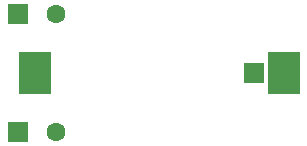
<source format=gbr>
%TF.GenerationSoftware,KiCad,Pcbnew,(5.1.6)-1*%
%TF.CreationDate,2022-09-21T11:03:18-04:00*%
%TF.ProjectId,Amiga-CR1220,416d6967-612d-4435-9231-3232302e6b69,rev?*%
%TF.SameCoordinates,Original*%
%TF.FileFunction,Soldermask,Top*%
%TF.FilePolarity,Negative*%
%FSLAX46Y46*%
G04 Gerber Fmt 4.6, Leading zero omitted, Abs format (unit mm)*
G04 Created by KiCad (PCBNEW (5.1.6)-1) date 2022-09-21 11:03:18*
%MOMM*%
%LPD*%
G01*
G04 APERTURE LIST*
%ADD10R,2.700000X3.600000*%
%ADD11R,1.800000X1.800000*%
%ADD12C,1.600000*%
G04 APERTURE END LIST*
D10*
%TO.C,U1*%
X149950000Y-117000000D03*
X171050000Y-117000000D03*
%TD*%
D11*
%TO.C,J1*%
X148500000Y-112000000D03*
%TD*%
%TO.C,J3*%
X168500000Y-117000000D03*
%TD*%
D12*
%TO.C,3V*%
X151750000Y-122000000D03*
%TD*%
%TO.C,GND*%
X151750000Y-112000000D03*
%TD*%
D11*
%TO.C,J2*%
X148500000Y-122000000D03*
%TD*%
M02*

</source>
